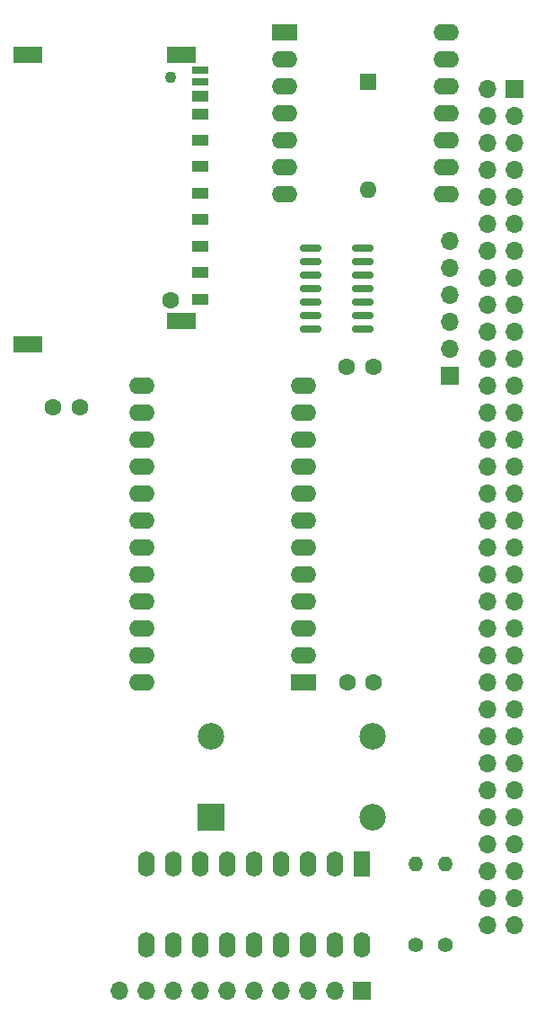
<source format=gts>
G04 #@! TF.GenerationSoftware,KiCad,Pcbnew,(7.0.0)*
G04 #@! TF.CreationDate,2024-08-23T18:02:30-04:00*
G04 #@! TF.ProjectId,LB-68B50-01,4c422d36-3842-4353-902d-30312e6b6963,1*
G04 #@! TF.SameCoordinates,Original*
G04 #@! TF.FileFunction,Soldermask,Top*
G04 #@! TF.FilePolarity,Negative*
%FSLAX46Y46*%
G04 Gerber Fmt 4.6, Leading zero omitted, Abs format (unit mm)*
G04 Created by KiCad (PCBNEW (7.0.0)) date 2024-08-23 18:02:30*
%MOMM*%
%LPD*%
G01*
G04 APERTURE LIST*
G04 Aperture macros list*
%AMRoundRect*
0 Rectangle with rounded corners*
0 $1 Rounding radius*
0 $2 $3 $4 $5 $6 $7 $8 $9 X,Y pos of 4 corners*
0 Add a 4 corners polygon primitive as box body*
4,1,4,$2,$3,$4,$5,$6,$7,$8,$9,$2,$3,0*
0 Add four circle primitives for the rounded corners*
1,1,$1+$1,$2,$3*
1,1,$1+$1,$4,$5*
1,1,$1+$1,$6,$7*
1,1,$1+$1,$8,$9*
0 Add four rect primitives between the rounded corners*
20,1,$1+$1,$2,$3,$4,$5,0*
20,1,$1+$1,$4,$5,$6,$7,0*
20,1,$1+$1,$6,$7,$8,$9,0*
20,1,$1+$1,$8,$9,$2,$3,0*%
G04 Aperture macros list end*
%ADD10RoundRect,0.150000X0.825000X0.150000X-0.825000X0.150000X-0.825000X-0.150000X0.825000X-0.150000X0*%
%ADD11R,1.700000X1.700000*%
%ADD12O,1.700000X1.700000*%
%ADD13R,2.400000X1.600000*%
%ADD14O,2.400000X1.600000*%
%ADD15C,1.100000*%
%ADD16C,1.600000*%
%ADD17R,1.500000X1.000000*%
%ADD18R,1.500000X0.700000*%
%ADD19R,2.800000X1.500000*%
%ADD20R,1.600000X2.400000*%
%ADD21O,1.600000X2.400000*%
%ADD22R,1.600000X1.600000*%
%ADD23O,1.600000X1.600000*%
%ADD24C,1.400000*%
%ADD25O,1.400000X1.400000*%
%ADD26R,2.500000X2.500000*%
%ADD27C,2.500000*%
G04 APERTURE END LIST*
D10*
X165593800Y-77241400D03*
X165593800Y-75971400D03*
X165593800Y-74701400D03*
X165593800Y-73431400D03*
X165593800Y-72161400D03*
X165593800Y-70891400D03*
X165593800Y-69621400D03*
X160643800Y-69621400D03*
X160643800Y-70891400D03*
X160643800Y-72161400D03*
X160643800Y-73431400D03*
X160643800Y-74701400D03*
X160643800Y-75971400D03*
X160643800Y-77241400D03*
D11*
X173812199Y-81610199D03*
D12*
X173812199Y-79070199D03*
X173812199Y-76530199D03*
X173812199Y-73990199D03*
X173812199Y-71450199D03*
X173812199Y-68910199D03*
D11*
X179889999Y-54614999D03*
D12*
X177349999Y-54614999D03*
X179889999Y-57154999D03*
X177349999Y-57154999D03*
X179889999Y-59694999D03*
X177349999Y-59694999D03*
X179889999Y-62234999D03*
X177349999Y-62234999D03*
X179889999Y-64774999D03*
X177349999Y-64774999D03*
X179889999Y-67314999D03*
X177349999Y-67314999D03*
X179889999Y-69854999D03*
X177349999Y-69854999D03*
X179889999Y-72394999D03*
X177349999Y-72394999D03*
X179889999Y-74934999D03*
X177349999Y-74934999D03*
X179889999Y-77474999D03*
X177349999Y-77474999D03*
X179889999Y-80014999D03*
X177349999Y-80014999D03*
X179889999Y-82554999D03*
X177349999Y-82554999D03*
X179889999Y-85094999D03*
X177349999Y-85094999D03*
X179889999Y-87634999D03*
X177349999Y-87634999D03*
X179889999Y-90174999D03*
X177349999Y-90174999D03*
X179889999Y-92714999D03*
X177349999Y-92714999D03*
X179889999Y-95254999D03*
X177349999Y-95254999D03*
X179889999Y-97794999D03*
X177349999Y-97794999D03*
X179889999Y-100334999D03*
X177349999Y-100334999D03*
X179889999Y-102874999D03*
X177349999Y-102874999D03*
X179889999Y-105414999D03*
X177349999Y-105414999D03*
X179889999Y-107954999D03*
X177349999Y-107954999D03*
X179889999Y-110494999D03*
X177349999Y-110494999D03*
X179889999Y-113034999D03*
X177349999Y-113034999D03*
X179889999Y-115574999D03*
X177349999Y-115574999D03*
X179889999Y-118114999D03*
X177349999Y-118114999D03*
X179889999Y-120654999D03*
X177349999Y-120654999D03*
X179889999Y-123194999D03*
X177349999Y-123194999D03*
X179889999Y-125734999D03*
X177349999Y-125734999D03*
X179889999Y-128274999D03*
X177349999Y-128274999D03*
X179889999Y-130814999D03*
X177349999Y-130814999D03*
X179889999Y-133354999D03*
X177349999Y-133354999D03*
D13*
X159999999Y-110494999D03*
D14*
X159999999Y-107954999D03*
X159999999Y-105414999D03*
X159999999Y-102874999D03*
X159999999Y-100334999D03*
X159999999Y-97794999D03*
X159999999Y-95254999D03*
X159999999Y-92714999D03*
X159999999Y-90174999D03*
X159999999Y-87634999D03*
X159999999Y-85094999D03*
X159999999Y-82554999D03*
X144759999Y-82554999D03*
X144759999Y-85094999D03*
X144759999Y-87634999D03*
X144759999Y-90174999D03*
X144759999Y-92714999D03*
X144759999Y-95254999D03*
X144759999Y-97794999D03*
X144759999Y-100334999D03*
X144759999Y-102874999D03*
X144759999Y-105414999D03*
X144759999Y-107954999D03*
X144759999Y-110494999D03*
D15*
X147487500Y-53524000D03*
D16*
X147487500Y-74524000D03*
D17*
X150287499Y-71903999D03*
X150287499Y-69403999D03*
X150287499Y-66903999D03*
X150287499Y-64403999D03*
X150287499Y-61903999D03*
X150287499Y-59403999D03*
X150287499Y-56983999D03*
X150287499Y-55283999D03*
X150287499Y-74403999D03*
D18*
X150287499Y-53943999D03*
X150287499Y-52803999D03*
D19*
X148487499Y-76473999D03*
X148487499Y-51373999D03*
X133987499Y-51373999D03*
X133987499Y-78673999D03*
D20*
X165470999Y-127619999D03*
D21*
X162930999Y-127619999D03*
X160390999Y-127619999D03*
X157850999Y-127619999D03*
X155310999Y-127619999D03*
X152770999Y-127619999D03*
X150230999Y-127619999D03*
X147690999Y-127619999D03*
X145150999Y-127619999D03*
X145150999Y-135239999D03*
X147690999Y-135239999D03*
X150230999Y-135239999D03*
X152770999Y-135239999D03*
X155310999Y-135239999D03*
X157850999Y-135239999D03*
X160390999Y-135239999D03*
X162930999Y-135239999D03*
X165470999Y-135239999D03*
D13*
X158241999Y-49275999D03*
D14*
X158241999Y-51815999D03*
X158241999Y-54355999D03*
X158241999Y-56895999D03*
X158241999Y-59435999D03*
X158241999Y-61975999D03*
X158241999Y-64515999D03*
X173481999Y-64515999D03*
X173481999Y-61975999D03*
X173481999Y-59435999D03*
X173481999Y-56895999D03*
X173481999Y-54355999D03*
X173481999Y-51815999D03*
X173481999Y-49275999D03*
D16*
X164124000Y-110490000D03*
X166624000Y-110490000D03*
X138918000Y-84582000D03*
X136418000Y-84582000D03*
D22*
X166115999Y-53949599D03*
D23*
X166115999Y-64109599D03*
D24*
X170561000Y-135255000D03*
D25*
X170560999Y-127634999D03*
D11*
X165475999Y-139515999D03*
D12*
X162935999Y-139515999D03*
X160395999Y-139515999D03*
X157855999Y-139515999D03*
X155315999Y-139515999D03*
X152775999Y-139515999D03*
X150235999Y-139515999D03*
X147695999Y-139515999D03*
X145155999Y-139515999D03*
X142615999Y-139515999D03*
D26*
X151256999Y-123189999D03*
D27*
X166497000Y-123190000D03*
X166497000Y-115570000D03*
X151257000Y-115570000D03*
D24*
X173355000Y-135255000D03*
D25*
X173354999Y-127634999D03*
D16*
X166604000Y-80772000D03*
X164104000Y-80772000D03*
M02*

</source>
